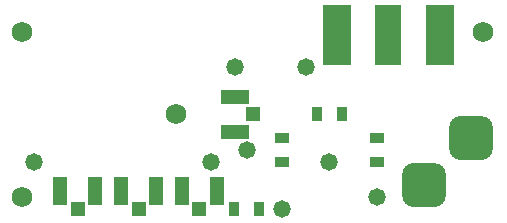
<source format=gbr>
G04*
G04 #@! TF.GenerationSoftware,Altium Limited,Altium Designer,24.6.1 (21)*
G04*
G04 Layer_Color=8388736*
%FSLAX25Y25*%
%MOIN*%
G70*
G04*
G04 #@! TF.SameCoordinates,848F02FD-2630-40CC-A56B-9648625414CD*
G04*
G04*
G04 #@! TF.FilePolarity,Negative*
G04*
G01*
G75*
%ADD15R,0.03543X0.04724*%
%ADD18R,0.04724X0.03543*%
%ADD19R,0.09000X0.20000*%
%ADD20R,0.09500X0.20000*%
%ADD24R,0.04934X0.09461*%
%ADD25R,0.04737X0.04934*%
G04:AMPARAMS|DCode=26|XSize=145.8mil|YSize=145.8mil|CornerRadius=38.45mil|HoleSize=0mil|Usage=FLASHONLY|Rotation=0.000|XOffset=0mil|YOffset=0mil|HoleType=Round|Shape=RoundedRectangle|*
%AMROUNDEDRECTD26*
21,1,0.14580,0.06890,0,0,0.0*
21,1,0.06890,0.14580,0,0,0.0*
1,1,0.07690,0.03445,-0.03445*
1,1,0.07690,-0.03445,-0.03445*
1,1,0.07690,-0.03445,0.03445*
1,1,0.07690,0.03445,0.03445*
%
%ADD26ROUNDEDRECTD26*%
%ADD27R,0.09461X0.04934*%
%ADD28R,0.04934X0.04737*%
%ADD29C,0.06800*%
%ADD30C,0.05800*%
D15*
X90748Y7874D02*
D03*
X82480D02*
D03*
X118307Y39370D02*
D03*
X110039D02*
D03*
D18*
X129921Y31693D02*
D03*
Y23425D02*
D03*
X98425Y31693D02*
D03*
Y23425D02*
D03*
D19*
X133858Y65840D02*
D03*
D20*
X151108D02*
D03*
X116608D02*
D03*
D24*
X65059Y13878D02*
D03*
X76673D02*
D03*
X44760D02*
D03*
X56375D02*
D03*
X24462D02*
D03*
X36076D02*
D03*
D25*
X70866Y7874D02*
D03*
X50568D02*
D03*
X30269D02*
D03*
D26*
X161417Y31496D02*
D03*
X145669Y15748D02*
D03*
D27*
X82677Y33563D02*
D03*
Y45177D02*
D03*
D28*
X88681Y39370D02*
D03*
D29*
X62992D02*
D03*
X165354Y66929D02*
D03*
X11811Y11811D02*
D03*
Y66929D02*
D03*
D30*
X106299Y55118D02*
D03*
X114173Y23622D02*
D03*
X15748D02*
D03*
X86614Y27559D02*
D03*
X74803Y23622D02*
D03*
X98425Y7874D02*
D03*
X82677Y55118D02*
D03*
X129921Y11811D02*
D03*
M02*

</source>
